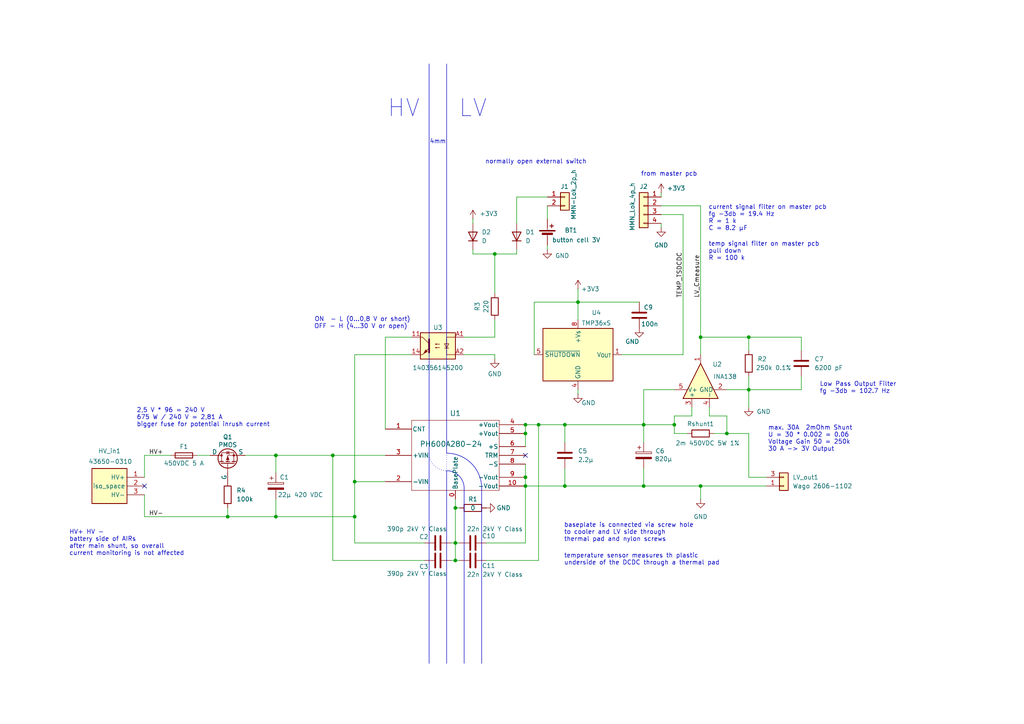
<source format=kicad_sch>
(kicad_sch (version 20231120) (generator "eeschema") (generator_version "8.0")
  (paper "A4")
  (title_block (title "TS-DCDC") (date "2024-12-12") (rev "0.5"))
  (lib_symbols
    (symbol "2024-11-18_21-41-11:PH600A280-24" (pin_names (offset 0.254))
      (property "Reference" "U1" (at 20.32 7.112 0))
      (property "Value" "PH600A280-24" (at 19.05 -1.778 0))
      (symbol "PH600A280-24_0_1"
        (polyline (pts (xy 7.62 -15.24) (xy 33.02 -15.24)) (stroke (width 0.127)))
        (polyline (pts (xy 7.62 5.08) (xy 7.62 -15.24)) (stroke (width 0.127)))
        (polyline (pts (xy 33.02 -15.24) (xy 33.02 5.08)) (stroke (width 0.127)))
        (polyline (pts (xy 33.02 5.08) (xy 7.62 5.08)) (stroke (width 0.127)))
      )
      (symbol "PH600A280-24_1_1"
        (pin passive line (at 20.32 -17.78 90) (length 2.54) (name "BasePlate") (number "0"))
        (pin input line (at 0 2.54 0) (length 7.62) (name "CNT") (number "1"))
        (pin power_out line (at 40.64 -13.97 180) (length 7.62) (name "-Vout") (number "10"))
        (pin power_in line (at 0 -12.7 0) (length 7.62) (name "-VIN") (number "2"))
        (pin power_in line (at 0 -5.08 0) (length 7.62) (name "+VIN") (number "3"))
        (pin power_out line (at 40.64 3.81 180) (length 7.62) (name "+Vout") (number "4"))
        (pin power_out line (at 40.64 1.27 180) (length 7.62) (name "+Vout") (number "5"))
        (pin input line (at 40.64 -2.54 180) (length 7.62) (name "+S") (number "6"))
        (pin input line (at 40.64 -5.08 180) (length 7.62) (name "TRM") (number "7"))
        (pin input line (at 40.64 -7.62 180) (length 7.62) (name "-S") (number "8"))
        (pin power_out line (at 40.64 -11.43 180) (length 7.62) (name "-Vout") (number "9"))
      )
    )
    (symbol "43650-0317:43650-0317"
      (property "Reference" "HV_in1" (at 10.16 -12.7 0))
      (property "Value" "43650-0317" (at 10.16 -10.16 0))
      (symbol "43650-0317_1_1"
        (rectangle (start 5.08 2.54) (end 15.24 -7.62) (stroke (width 0.254)) (fill (type background)))
        (pin power_out line (at 0 -5.08 0) (length 5.08) (name "HV+") (number "1"))
        (pin passive line (at 0 -2.54 0) (length 5.08) (name "iso_space") (number "2"))
        (pin power_out line (at 0 0 0) (length 5.08) (name "HV-") (number "3"))
      )
    )
    (symbol "Amplifier_Current:INA138" (pin_names (offset 0.127))
      (property "Reference" "U" (at 3.81 5.08 0))
      (property "Value" "INA138" (at 3.81 2.54 0))
      (symbol "INA138_0_1"
        (polyline (pts (xy -5.08 5.08) (xy 5.08 0) (xy -5.08 -5.08) (xy -5.08 5.08)) (stroke (width 0.254)) (fill (type background)))
      )
      (symbol "INA138_1_1"
        (pin output line (at 7.62 0 180) (length 2.54) (name "~") (number "1"))
        (pin power_in line (at -2.54 -7.62 90) (length 3.81) (name "GND") (number "2"))
        (pin input line (at -7.62 2.54 0) (length 2.54) (name "+") (number "3"))
        (pin input line (at -7.62 -2.54 0) (length 2.54) (name "-") (number "4"))
        (pin power_in line (at -2.54 7.62 270) (length 3.81) (name "V+") (number "5"))
      )
    )
    (symbol "Conn_01x02_1" (pin_names (offset 1.016) hide)
      (property "Reference" "LV_out1" (at 2.54 0.0001 0))
      (property "Value" "Wago 2606-1102" (at 2.54 -2.5399 0))
      (symbol "Conn_01x02_1_1_1"
        (rectangle (start -1.27 -2.413) (end 0 -2.667) (stroke (width 0.1524)))
        (rectangle (start -1.27 0.127) (end 0 -0.127) (stroke (width 0.1524)))
        (rectangle (start -1.27 1.27) (end 1.27 -3.81) (stroke (width 0.254)) (fill (type background)))
        (pin passive line (at -5.08 -2.54 0) (length 3.81) (name "Pin_2") (number "1"))
        (pin passive line (at -5.08 0 0) (length 3.81) (name "Pin_1") (number "3"))
      )
    )
    (symbol "Connector_Generic:Conn_01x02" (pin_names (offset 1.016) hide)
      (property "Reference" "J" (at 0 2.54 0))
      (property "Value" "Conn_01x02" (at 0 -5.08 0))
      (symbol "Conn_01x02_1_1"
        (rectangle (start -1.27 -2.413) (end 0 -2.667) (stroke (width 0.1524)))
        (rectangle (start -1.27 0.127) (end 0 -0.127) (stroke (width 0.1524)))
        (rectangle (start -1.27 1.27) (end 1.27 -3.81) (stroke (width 0.254)) (fill (type background)))
        (pin passive line (at -5.08 0 0) (length 3.81) (name "Pin_1") (number "1"))
        (pin passive line (at -5.08 -2.54 0) (length 3.81) (name "Pin_2") (number "2"))
      )
    )
    (symbol "Connector_Generic:Conn_01x04" (pin_names (offset 1.016) hide)
      (property "Reference" "J" (at 0 5.08 0))
      (property "Value" "Conn_01x04" (at 0 -7.62 0))
      (symbol "Conn_01x04_1_1"
        (rectangle (start -1.27 -4.953) (end 0 -5.207) (stroke (width 0.1524)))
        (rectangle (start -1.27 -2.413) (end 0 -2.667) (stroke (width 0.1524)))
        (rectangle (start -1.27 0.127) (end 0 -0.127) (stroke (width 0.1524)))
        (rectangle (start -1.27 2.667) (end 0 2.413) (stroke (width 0.1524)))
        (rectangle (start -1.27 3.81) (end 1.27 -6.35) (stroke (width 0.254)) (fill (type background)))
        (pin passive line (at -5.08 2.54 0) (length 3.81) (name "Pin_1") (number "1"))
        (pin passive line (at -5.08 0 0) (length 3.81) (name "Pin_2") (number "2"))
        (pin passive line (at -5.08 -2.54 0) (length 3.81) (name "Pin_3") (number "3"))
        (pin passive line (at -5.08 -5.08 0) (length 3.81) (name "Pin_4") (number "4"))
      )
    )
    (symbol "Device:Battery_Cell" (pin_numbers hide) (pin_names (offset 0) hide)
      (property "Reference" "BT" (at 2.54 2.54 0))
      (property "Value" "Battery_Cell" (at 2.54 0 0))
      (symbol "Battery_Cell_0_1"
        (rectangle (start -2.286 1.778) (end 2.286 1.524) (fill (type outline)))
        (rectangle (start -1.524 1.016) (end 1.524 0.508) (fill (type outline)))
        (polyline (pts (xy 0 0.762) (xy 0 0)))
        (polyline (pts (xy 0 1.778) (xy 0 2.54)))
        (polyline (pts (xy 0.762 3.048) (xy 1.778 3.048)) (stroke (width 0.254)))
        (polyline (pts (xy 1.27 3.556) (xy 1.27 2.54)) (stroke (width 0.254)))
      )
      (symbol "Battery_Cell_1_1"
        (pin passive line (at 0 5.08 270) (length 2.54) (name "+") (number "1"))
        (pin passive line (at 0 -2.54 90) (length 2.54) (name "-") (number "2"))
      )
    )
    (symbol "Device:C" (pin_numbers hide) (pin_names (offset 0.254))
      (property "Reference" "C" (at 0.635 2.54 0))
      (property "Value" "C" (at 0.635 -2.54 0))
      (symbol "C_0_1"
        (polyline (pts (xy -2.032 -0.762) (xy 2.032 -0.762)) (stroke (width 0.508)))
        (polyline (pts (xy -2.032 0.762) (xy 2.032 0.762)) (stroke (width 0.508)))
      )
      (symbol "C_1_1"
        (pin passive line (at 0 3.81 270) (length 2.794) (name "~") (number "1"))
        (pin passive line (at 0 -3.81 90) (length 2.794) (name "~") (number "2"))
      )
    )
    (symbol "Device:C_Polarized" (pin_numbers hide) (pin_names (offset 0.254))
      (property "Reference" "C" (at 0.635 2.54 0))
      (property "Value" "C_Polarized" (at 0.635 -2.54 0))
      (symbol "C_Polarized_0_1"
        (rectangle (start -2.286 0.508) (end 2.286 1.016))
        (polyline (pts (xy -1.778 2.286) (xy -0.762 2.286)))
        (polyline (pts (xy -1.27 2.794) (xy -1.27 1.778)))
        (rectangle (start 2.286 -0.508) (end -2.286 -1.016) (fill (type outline)))
      )
      (symbol "C_Polarized_1_1"
        (pin passive line (at 0 3.81 270) (length 2.794) (name "~") (number "1"))
        (pin passive line (at 0 -3.81 90) (length 2.794) (name "~") (number "2"))
      )
    )
    (symbol "Device:D" (pin_numbers hide) (pin_names (offset 1.016) hide)
      (property "Reference" "D" (at 0 2.54 0))
      (property "Value" "D" (at 0 -2.54 0))
      (symbol "D_0_1"
        (polyline (pts (xy -1.27 1.27) (xy -1.27 -1.27)) (stroke (width 0.254)))
        (polyline (pts (xy 1.27 0) (xy -1.27 0)))
        (polyline (pts (xy 1.27 1.27) (xy 1.27 -1.27) (xy -1.27 0) (xy 1.27 1.27)) (stroke (width 0.254)))
      )
      (symbol "D_1_1"
        (pin passive line (at -3.81 0 0) (length 2.54) (name "K") (number "1"))
        (pin passive line (at 3.81 0 180) (length 2.54) (name "A") (number "2"))
      )
    )
    (symbol "Device:Fuse" (pin_numbers hide) (pin_names (offset 0))
      (property "Reference" "F" (at 2.032 0 90))
      (property "Value" "Fuse" (at -1.905 0 90))
      (symbol "Fuse_0_1"
        (rectangle (start -0.762 -2.54) (end 0.762 2.54) (stroke (width 0.254)))
        (polyline (pts (xy 0 2.54) (xy 0 -2.54)))
      )
      (symbol "Fuse_1_1"
        (pin passive line (at 0 3.81 270) (length 1.27) (name "~") (number "1"))
        (pin passive line (at 0 -3.81 90) (length 1.27) (name "~") (number "2"))
      )
    )
    (symbol "Device:R" (pin_numbers hide) (pin_names (offset 0))
      (property "Reference" "R" (at 2.032 0 90))
      (property "Value" "R" (at 0 0 90))
      (symbol "R_0_1"
        (rectangle (start -1.016 -2.54) (end 1.016 2.54) (stroke (width 0.254)))
      )
      (symbol "R_1_1"
        (pin passive line (at 0 3.81 270) (length 1.27) (name "~") (number "1"))
        (pin passive line (at 0 -3.81 90) (length 1.27) (name "~") (number "2"))
      )
    )
    (symbol "Relay_SolidState:34.81-7048"
      (property "Reference" "U" (at -5.08 5.08 0))
      (property "Value" "34.81-7048" (at 0 5.08 0))
      (symbol "34.81-7048_0_1"
        (rectangle (start -5.08 3.81) (end 5.08 -3.81) (stroke (width 0.254)) (fill (type background)))
        (polyline (pts (xy -3.175 -0.635) (xy -1.905 -0.635)))
        (polyline (pts (xy 2.54 1.905) (xy 2.54 -1.905) (xy 2.54 -1.905)) (stroke (width 0.508)))
        (polyline (pts (xy -5.08 2.54) (xy -2.54 2.54) (xy -2.54 -2.54) (xy -5.08 -2.54)))
        (polyline (pts (xy -2.54 -0.635) (xy -3.175 0.635) (xy -1.905 0.635) (xy -2.54 -0.635)))
        (polyline (pts (xy -0.508 -0.508) (xy 0.762 -0.508) (xy 0.381 -0.635) (xy 0.381 -0.381) (xy 0.762 -0.508)))
        (polyline (pts (xy -0.508 0.508) (xy 0.762 0.508) (xy 0.381 0.381) (xy 0.381 0.635) (xy 0.762 0.508)))
        (polyline (pts (xy 3.048 -1.651) (xy 3.556 -1.143) (xy 4.064 -2.159) (xy 3.048 -1.651) (xy 3.048 -1.651)) (fill (type outline)))
        (polyline (pts (xy 5.08 2.54) (xy 4.445 2.54) (xy 2.54 0.635) (xy 2.54 -0.635) (xy 4.445 -2.54) (xy 5.08 -2.54)))
      )
      (symbol "34.81-7048_1_1"
        (pin passive line (at 7.62 2.54 180) (length 2.54) (name "~") (number "11"))
        (pin passive line (at 7.62 -2.54 180) (length 2.54) (name "~") (number "14"))
        (pin passive line (at -7.62 2.54 0) (length 2.54) (name "~") (number "A1"))
        (pin passive line (at -7.62 -2.54 0) (length 2.54) (name "~") (number "A2"))
      )
    )
    (symbol "Sensor_Temperature:TMP36xS"
      (property "Reference" "U" (at -8.89 8.89 0))
      (property "Value" "TMP36xS" (at 6.35 -8.89 0))
      (symbol "TMP36xS_0_1"
        (rectangle (start -10.16 7.62) (end 10.16 -7.62) (stroke (width 0.254)) (fill (type background)))
      )
      (symbol "TMP36xS_1_1"
        (pin output line (at 12.7 0 180) (length 2.54) (name "V_{OUT}") (number "1"))
        (pin power_in line (at 0 -10.16 90) (length 2.54) (name "GND") (number "4"))
        (pin input line (at -12.7 0 0) (length 2.54) (name "~{SHUTDOWN}") (number "5"))
        (pin power_in line (at 0 10.16 270) (length 2.54) (name "+Vs") (number "8"))
      )
    )
    (symbol "Simulation_SPICE:PMOS" (pin_numbers hide) (pin_names (offset 0))
      (property "Reference" "Q" (at 5.08 1.27 0))
      (property "Value" "PMOS" (at 5.08 -1.27 0))
      (symbol "PMOS_0_1"
        (polyline (pts (xy 0.254 0) (xy -2.54 0)))
        (polyline (pts (xy 0.254 1.905) (xy 0.254 -1.905)) (stroke (width 0.254)))
        (polyline (pts (xy 0.762 -1.27) (xy 0.762 -2.286)) (stroke (width 0.254)))
        (polyline (pts (xy 0.762 0.508) (xy 0.762 -0.508)) (stroke (width 0.254)))
        (polyline (pts (xy 0.762 2.286) (xy 0.762 1.27)) (stroke (width 0.254)))
        (polyline (pts (xy 2.54 2.54) (xy 2.54 1.778)))
        (polyline (pts (xy 2.54 -2.54) (xy 2.54 0) (xy 0.762 0)))
        (polyline (pts (xy 0.762 1.778) (xy 3.302 1.778) (xy 3.302 -1.778) (xy 0.762 -1.778)))
        (polyline (pts (xy 2.286 0) (xy 1.27 0.381) (xy 1.27 -0.381) (xy 2.286 0)) (fill (type outline)))
        (polyline (pts (xy 2.794 -0.508) (xy 2.921 -0.381) (xy 3.683 -0.381) (xy 3.81 -0.254)))
        (polyline (pts (xy 3.302 -0.381) (xy 2.921 0.254) (xy 3.683 0.254) (xy 3.302 -0.381)))
        (circle (center 1.651 0) (radius 2.794) (stroke (width 0.254)))
        (circle (center 2.54 -1.778) (radius 0.254) (fill (type outline)))
        (circle (center 2.54 1.778) (radius 0.254) (fill (type outline)))
      )
      (symbol "PMOS_1_1"
        (pin passive line (at 2.54 5.08 270) (length 2.54) (name "D") (number "1"))
        (pin input line (at -5.08 0 0) (length 2.54) (name "G") (number "2"))
        (pin passive line (at 2.54 -5.08 90) (length 2.54) (name "S") (number "3"))
      )
    )
    (symbol "power:+3V3" (power) (pin_numbers hide) (pin_names (offset 0) hide)
      (property "Value" "+3V3" (at 0 3.556 0))
      (symbol "+3V3_0_1"
        (polyline (pts (xy -0.762 1.27) (xy 0 2.54)))
        (polyline (pts (xy 0 0) (xy 0 2.54)))
        (polyline (pts (xy 0 2.54) (xy 0.762 1.27)))
      )
      (symbol "+3V3_1_1"
        (pin power_in line (at 0 0 90) (length 0) (name "~") (number "1"))
      )
    )
    (symbol "power:GND" (power) (pin_numbers hide) (pin_names (offset 0) hide)
      (property "Value" "GND" (at 0 -3.81 0))
      (symbol "GND_0_1"
        (polyline (pts (xy 0 0) (xy 0 -1.27) (xy 1.27 -1.27) (xy 0 -2.54) (xy -1.27 -1.27) (xy 0 -1.27)))
      )
      (symbol "GND_1_1"
        (pin power_in line (at 0 0 270) (length 0) (name "~") (number "1"))
      )
    )
  )
  (junction (at 203.2 140.97))
  (junction (at 132.08 162.56))
  (junction (at 186.69 140.97))
  (junction (at 152.4 140.97))
  (junction (at 210.82 125.73))
  (junction (at 217.17 113.03))
  (junction (at 132.08 157.48))
  (junction (at 102.87 139.7))
  (junction (at 163.83 123.19))
  (junction (at 203.2 97.79))
  (junction (at 152.4 123.19))
  (junction (at 132.08 147.32))
  (junction (at 186.69 123.19))
  (junction (at 167.64 87.63))
  (junction (at 195.58 123.19))
  (junction (at 152.4 138.43))
  (junction (at 102.87 149.86))
  (junction (at 143.51 73.66))
  (junction (at 96.52 132.08))
  (junction (at 163.83 140.97))
  (junction (at 80.01 149.86))
  (junction (at 217.17 97.79))
  (junction (at 152.4 125.73))
  (junction (at 80.01 132.08))
  (junction (at 66.04 149.86))
  (junction (at 156.21 123.19))
  (no_connect (at 41.91 140.97))
  (no_connect (at 152.4 132.08))
  (wire (pts (xy 203.2 140.97) (xy 203.2 144.78)))
  (wire (pts (xy 102.87 102.87) (xy 119.38 102.87)))
  (wire (pts (xy 149.86 57.15) (xy 149.86 64.77)))
  (wire (pts (xy 102.87 102.87) (xy 102.87 139.7)))
  (wire (pts (xy 203.2 59.69) (xy 191.77 59.69)))
  (wire (pts (xy 132.08 157.48) (xy 132.08 162.56)))
  (wire (pts (xy 111.76 97.79) (xy 111.76 124.46)))
  (polyline (pts (xy 129.54 136.525) (xy 129.54 131.445)) (stroke (width 0) (type dot)))
  (wire (pts (xy 186.69 113.03) (xy 195.58 113.03)))
  (wire (pts (xy 163.83 140.97) (xy 186.69 140.97)))
  (wire (pts (xy 137.16 73.66) (xy 137.16 72.39)))
  (wire (pts (xy 149.86 57.15) (xy 158.75 57.15)))
  (wire (pts (xy 132.08 157.48) (xy 130.81 157.48)))
  (wire (pts (xy 134.62 97.79) (xy 143.51 97.79)))
  (wire (pts (xy 57.15 132.08) (xy 60.96 132.08)))
  (wire (pts (xy 152.4 125.73) (xy 152.4 129.54)))
  (wire (pts (xy 195.58 125.73) (xy 199.39 125.73)))
  (wire (pts (xy 71.12 132.08) (xy 80.01 132.08)))
  (wire (pts (xy 186.69 113.03) (xy 186.69 123.19)))
  (wire (pts (xy 200.66 118.11) (xy 200.66 120.65)))
  (wire (pts (xy 158.75 71.12) (xy 158.75 72.39)))
  (wire (pts (xy 200.66 120.65) (xy 195.58 120.65)))
  (wire (pts (xy 198.12 102.87) (xy 180.34 102.87)))
  (wire (pts (xy 137.16 63.5) (xy 137.16 64.77)))
  (wire (pts (xy 217.17 113.03) (xy 217.17 118.11)))
  (polyline (pts (xy 124.46 18.542) (xy 124.46 192.405)))
  (wire (pts (xy 132.08 147.32) (xy 133.35 147.32)))
  (wire (pts (xy 156.21 123.19) (xy 156.21 162.56)))
  (wire (pts (xy 191.77 66.04) (xy 191.77 64.77)))
  (wire (pts (xy 132.08 147.32) (xy 132.08 157.48)))
  (wire (pts (xy 111.76 97.79) (xy 119.38 97.79)))
  (wire (pts (xy 66.04 149.86) (xy 66.04 147.32)))
  (wire (pts (xy 210.82 120.65) (xy 210.82 125.73)))
  (wire (pts (xy 152.4 123.19) (xy 156.21 123.19)))
  (wire (pts (xy 217.17 97.79) (xy 232.41 97.79)))
  (wire (pts (xy 140.97 162.56) (xy 156.21 162.56)))
  (wire (pts (xy 102.87 149.86) (xy 102.87 157.48)))
  (wire (pts (xy 102.87 139.7) (xy 111.76 139.7)))
  (wire (pts (xy 203.2 140.97) (xy 222.25 140.97)))
  (wire (pts (xy 132.08 162.56) (xy 133.35 162.56)))
  (wire (pts (xy 152.4 140.97) (xy 152.4 157.48)))
  (wire (pts (xy 143.51 73.66) (xy 149.86 73.66)))
  (wire (pts (xy 163.83 123.19) (xy 163.83 128.27)))
  (wire (pts (xy 154.94 87.63) (xy 167.64 87.63)))
  (wire (pts (xy 210.82 113.03) (xy 217.17 113.03)))
  (wire (pts (xy 163.83 135.89) (xy 163.83 140.97)))
  (wire (pts (xy 186.69 135.89) (xy 186.69 140.97)))
  (wire (pts (xy 210.82 120.65) (xy 205.74 120.65)))
  (wire (pts (xy 134.62 102.87) (xy 143.51 102.87)))
  (wire (pts (xy 217.17 138.43) (xy 222.25 138.43)))
  (wire (pts (xy 140.97 157.48) (xy 152.4 157.48)))
  (wire (pts (xy 132.08 144.78) (xy 132.08 147.32)))
  (polyline (pts (xy 129.54 136.525) (xy 129.54 192.405)))
  (wire (pts (xy 80.01 149.86) (xy 102.87 149.86)))
  (wire (pts (xy 232.41 101.6) (xy 232.41 97.79)))
  (wire (pts (xy 80.01 132.08) (xy 80.01 137.16)))
  (wire (pts (xy 66.04 149.86) (xy 80.01 149.86)))
  (wire (pts (xy 152.4 140.97) (xy 163.83 140.97)))
  (wire (pts (xy 195.58 120.65) (xy 195.58 123.19)))
  (wire (pts (xy 186.69 140.97) (xy 203.2 140.97)))
  (wire (pts (xy 232.41 113.03) (xy 217.17 113.03)))
  (wire (pts (xy 167.64 87.63) (xy 185.42 87.63)))
  (wire (pts (xy 80.01 132.08) (xy 96.52 132.08)))
  (polyline (pts (xy 134.62 141.605) (xy 134.62 192.405)))
  (wire (pts (xy 143.51 73.66) (xy 143.51 85.09)))
  (wire (pts (xy 186.69 123.19) (xy 195.58 123.19)))
  (wire (pts (xy 207.01 125.73) (xy 210.82 125.73)))
  (wire (pts (xy 232.41 109.22) (xy 232.41 113.03)))
  (wire (pts (xy 195.58 123.19) (xy 195.58 125.73)))
  (polyline (pts (xy 129.54 18.542) (xy 129.54 131.445)))
  (wire (pts (xy 123.19 162.56) (xy 96.52 162.56)))
  (wire (pts (xy 152.4 123.19) (xy 152.4 125.73)))
  (wire (pts (xy 132.08 157.48) (xy 133.35 157.48)))
  (wire (pts (xy 137.16 73.66) (xy 143.51 73.66)))
  (wire (pts (xy 217.17 125.73) (xy 217.17 138.43)))
  (wire (pts (xy 152.4 140.97) (xy 152.4 138.43)))
  (wire (pts (xy 205.74 120.65) (xy 205.74 118.11)))
  (wire (pts (xy 203.2 97.79) (xy 203.2 102.87)))
  (wire (pts (xy 154.94 102.87) (xy 154.94 87.63)))
  (wire (pts (xy 41.91 143.51) (xy 41.91 149.86)))
  (wire (pts (xy 143.51 97.79) (xy 143.51 92.71)))
  (wire (pts (xy 163.83 123.19) (xy 186.69 123.19)))
  (wire (pts (xy 132.08 162.56) (xy 130.81 162.56)))
  (wire (pts (xy 149.86 73.66) (xy 149.86 72.39)))
  (wire (pts (xy 203.2 59.69) (xy 203.2 97.79)))
  (wire (pts (xy 96.52 162.56) (xy 96.52 132.08)))
  (wire (pts (xy 102.87 157.48) (xy 123.19 157.48)))
  (wire (pts (xy 217.17 97.79) (xy 217.17 101.6)))
  (wire (pts (xy 210.82 125.73) (xy 217.17 125.73)))
  (wire (pts (xy 41.91 132.08) (xy 49.53 132.08)))
  (wire (pts (xy 203.2 97.79) (xy 217.17 97.79)))
  (wire (pts (xy 198.12 62.23) (xy 191.77 62.23)))
  (wire (pts (xy 41.91 132.08) (xy 41.91 138.43)))
  (wire (pts (xy 217.17 109.22) (xy 217.17 113.03)))
  (wire (pts (xy 41.91 149.86) (xy 66.04 149.86)))
  (wire (pts (xy 167.64 87.63) (xy 167.64 92.71)))
  (wire (pts (xy 152.4 134.62) (xy 152.4 138.43)))
  (wire (pts (xy 158.75 59.69) (xy 158.75 63.5)))
  (wire (pts (xy 80.01 149.86) (xy 80.01 144.78)))
  (wire (pts (xy 143.51 102.87) (xy 143.51 104.14)))
  (wire (pts (xy 156.21 123.19) (xy 163.83 123.19)))
  (wire (pts (xy 198.12 62.23) (xy 198.12 102.87)))
  (wire (pts (xy 191.77 55.88) (xy 191.77 57.15)))
  (polyline (pts (xy 139.7 141.605) (xy 139.7 192.405)))
  (wire (pts (xy 167.64 83.82) (xy 167.64 87.63)))
  (wire (pts (xy 96.52 132.08) (xy 111.76 132.08)))
  (wire (pts (xy 167.64 113.03) (xy 167.64 114.3)))
  (wire (pts (xy 186.69 123.19) (xy 186.69 128.27)))
  (wire (pts (xy 102.87 139.7) (xy 102.87 149.86)))
  (arc (start 129.54 136.525) (mid 133.1321 138.0129) (end 134.62 141.605))
  (arc (start 129.54 131.445) (mid 136.7242 134.4208) (end 139.7 141.605))
  (arc (start 129.54 136.525) (mid 125.9479 135.0371) (end 124.46 131.445) (stroke (width 0) (type dot)))
  (text "temperature sensor measures th plastic \nunderside of the DCDC through a thermal pad" (at 163.576 160.528 0) (effects (font (size 1.27 1.27)) (justify left top)))
  (text " ON  - L (0...0,8 V or short)\nOFF - H (4...30 V or open)" (at 104.648 93.726 0) (effects (font (size 1.27 1.27))))
  (text "max. 30A  2mOhm Shunt \nU = 30 * 0.002 = 0.06\nVoltage Gain 50 = 250k\n30 A -> 3V Output\n" (at 222.758 127.254 0) (effects (font (size 1.27 1.27)) (justify left)))
  (text "Low Pass Output Filter\nfg -3db = 102.7 Hz" (at 237.744 112.522 0) (effects (font (size 1.27 1.27)) (justify left)))
  (text "2,5 V * 96 = 240 V\n675 W / 240 V = 2,81 A\nbigger fuse for potential inrush current\n\n" (at 39.624 122.174 0) (effects (font (size 1.27 1.27)) (justify left)))
  (text "current signal filter on master pcb\nfg -3db = 19.4 Hz\nR = 1 k\nC = 8.2 µF\n" (at 205.486 63.246 0) (effects (font (size 1.27 1.27)) (justify left)))
  (text "LV" (at 137.16 31.496 0) (effects (font (size 5 5))))
  (text "4mm" (at 127 41.148 0) (effects (font (size 1.27 1.27))))
  (text "normally open external switch" (at 155.448 46.228 0) (effects (font (size 1.27 1.27)) (justify top)))
  (text "HV" (at 117.094 31.496 0) (effects (font (size 5 5))))
  (text "HV+ HV -\nbattery side of AIRs\nafter main shunt, so overall \ncurrent monitoring is not affected" (at 20.066 157.48 0) (effects (font (size 1.27 1.27)) (justify left)))
  (text "from master pcb" (at 194.056 50.546 0) (effects (font (size 1.27 1.27))))
  (text "baseplate is connected via screw hole\nto cooler and LV side through\nthermal pad and nylon screws\n" (at 163.576 154.432 0) (effects (font (size 1.27 1.27)) (justify left)))
  (text "temp signal filter on master pcb\npull down\nR = 100 k" (at 205.486 72.898 0) (effects (font (size 1.27 1.27)) (justify left)))
  (label "LV_Cmeasure" (at 203.2 86.36 90))
  (label "HV+" (at 43.18 132.08 0))
  (label "TEMP_TSDCDC" (at 198.12 86.36 90))
  (label "HV-" (at 43.18 149.86 0))
  (symbol (lib_id "Sensor_Temperature:TMP36xS") (at 167.64 102.87 0) (unit 1)
    (property "Reference" "U4" (at 172.974 90.678 0))
    (property "Value" "TMP36xS" (at 172.974 93.726 0))
    (property "Footprint" "Package_SO:SOIC-8_3.9x4.9mm_P1.27mm" (effects (hide yes)))
    (property "Datasheet" "https://www.analog.com/media/en/technical-documentation/data-sheets/TMP35_36_37.pdf" (effects (hide yes)))
    (property "Description" "Low Voltage Temperature Sensor, SOIC-8" (effects (hide yes)))
  )
  (symbol (lib_id "power:GND") (at 203.2 144.78 0) (unit 1)
    (property "Reference" "#PWR01" (effects (hide yes)))
    (property "Value" "GND" (at 203.2 149.86 0))
    (property "Description" "Power symbol creates a global label with name \"GND\" , ground" (effects (hide yes)))
  )
  (symbol (lib_id "power:GND") (at 140.97 147.32 90) (unit 1)
    (property "Reference" "#PWR011" (effects (hide yes)))
    (property "Value" "GND" (at 144.018 147.32 90) (effects (justify right)))
    (property "Description" "Power symbol creates a global label with name \"GND\" , ground" (effects (hide yes)))
  )
  (symbol (lib_id "power:+3V3") (at 191.77 55.88 0) (mirror y) (unit 1)
    (property "Reference" "#PWR05" (effects (hide yes)))
    (property "Value" "+3V3" (at 196.088 54.61 0))
    (property "Description" "Power symbol creates a global label with name \"+3V3\"" (effects (hide yes)))
  )
  (symbol (lib_id "power:GND") (at 185.42 95.25 0) (unit 1)
    (property "Reference" "#PWR010" (effects (hide yes)))
    (property "Value" "GND" (at 183.388 99.06 0))
    (property "Description" "Power symbol creates a global label with name \"GND\" , ground" (effects (hide yes)))
  )
  (symbol (lib_id "Device:C_Polarized") (at 80.01 140.97 0) (unit 1)
    (property "Reference" "C1" (at 83.82 138.43 0) (effects (justify right)))
    (property "Value" "22µ 420 VDC" (at 93.726 143.51 0) (effects (justify right)))
    (property "Footprint" "footprints:CAPPRD500W60D1275H2200" (effects (hide yes)))
    (property "Datasheet" "https://www.mouser.de/datasheet/2/293/e_ucy-3082387.pdf" (effects (hide yes)))
    (property "Description" "Polarized capacitor" (effects (hide yes)))
  )
  (symbol (lib_id "Device:C") (at 127 157.48 90) (unit 1)
    (property "Reference" "C2" (at 122.936 155.702 90))
    (property "Value" "390p 2kV Y Class" (at 120.904 153.416 90))
    (property "Footprint" "Capacitor_SMD:C_1206_3216Metric_Pad1.33x1.80mm_HandSolder" (effects (hide yes)))
    (property "Datasheet" "https://www.mouser.de/datasheet/2/447/KEM_C1009_C0G_HV_SMD-3316207.pdf" (effects (hide yes)))
    (property "Description" "Unpolarized capacitor" (effects (hide yes)))
  )
  (symbol (lib_id "Device:C") (at 137.16 162.56 270) (unit 1)
    (property "Reference" "C11" (at 141.732 164.084 90))
    (property "Value" "22n 2kV Y Class" (at 143.51 166.624 90))
    (property "Footprint" "Capacitor_SMD:C_1206_3216Metric_Pad1.33x1.80mm_HandSolder" (effects (hide yes)))
    (property "Datasheet" "https://www.mouser.de/datasheet/2/447/KEM_C1009_C0G_HV_SMD-3316207.pdf" (effects (hide yes)))
    (property "Description" "Unpolarized capacitor" (effects (hide yes)))
  )
  (symbol (lib_id "Device:C") (at 185.42 91.44 0) (unit 1)
    (property "Reference" "C9" (at 186.69 89.154 0) (effects (justify left)))
    (property "Value" "100n" (at 185.928 93.98 0) (effects (justify left)))
    (property "Footprint" "Diode_SMD:D_0603_1608Metric_Pad1.05x0.95mm_HandSolder" (effects (hide yes)))
    (property "Description" "Unpolarized capacitor" (effects (hide yes)))
  )
  (symbol (lib_id "2024-11-18_21-41-11:PH600A280-24") (at 111.76 127 0) (unit 1)
    (property "Reference" "U1" (at 132.08 119.888 0) (effects (font (size 1.524 1.524))))
    (property "Value" "PH600A280-24" (at 130.81 128.778 0) (effects (font (size 1.524 1.524))))
    (property "Footprint" "PH300A_thru_PH600A_TDK" (effects (hide yes)))
    (property "Datasheet" "PH600A280-24" (effects (hide yes)))
  )
  (symbol (lib_id "Device:D") (at 149.86 68.58 90) (unit 1)
    (property "Reference" "D1" (at 152.4 67.3099 90) (effects (justify right)))
    (property "Value" "D" (at 152.4 69.8499 90) (effects (justify right)))
    (property "Footprint" "Diode_SMD:D_0603_1608Metric_Pad1.05x0.95mm_HandSolder" (effects (hide yes)))
    (property "Description" "Diode" (effects (hide yes)))
    (property "Sim.Device" "D" (effects (hide yes)))
    (property "Sim.Pins" "1=K 2=A" (effects (hide yes)))
  )
  (symbol (lib_id "power:GND") (at 217.17 118.11 0) (unit 1)
    (property "Reference" "#PWR02" (effects (hide yes)))
    (property "Value" "GND" (at 221.488 119.38 0))
    (property "Description" "Power symbol creates a global label with name \"GND\" , ground" (effects (hide yes)))
  )
  (symbol (lib_id "Device:C") (at 232.41 105.41 0) (unit 1)
    (property "Reference" "C7" (at 236.22 104.1399 0) (effects (justify left)))
    (property "Value" "6200 pF" (at 236.22 106.6799 0) (effects (justify left)))
    (property "Footprint" "Capacitor_SMD:C_0805_2012Metric" (effects (hide yes)))
    (property "Datasheet" "https://www.mouser.de/datasheet/2/447/KEM_C1007_X8R_ULTRA_150C_SMD-3316375.pdf" (effects (hide yes)))
    (property "Description" "Unpolarized capacitor" (effects (hide yes)))
  )
  (symbol (lib_id "Device:Fuse") (at 53.34 132.08 90) (unit 1)
    (property "Reference" "F1" (at 53.34 129.54 90))
    (property "Value" "450VDC 5 A" (at 53.34 134.366 90))
    (property "Footprint" "footprints:0ACG5000TE" (effects (hide yes)))
    (property "Datasheet" "https://www.mouser.de/datasheet/2/643/ds_CP_0ACG_series-2000946.pdf" (effects (hide yes)))
    (property "Description" "Fuse" (effects (hide yes)))
  )
  (symbol (lib_id "Relay_SolidState:34.81-7048") (at 127 100.33 0) (mirror y) (unit 1)
    (property "Reference" "U3" (at 127 94.996 0))
    (property "Value" "140356145200" (at 127 106.68 0))
    (property "Footprint" "footprints:SOP254P700X210-4N" (effects (hide yes)))
    (property "Datasheet" "https://www.we-online.com/components/products/datasheet/140356145200.pdf" (effects (hide yes)))
    (property "Description" "Ultra-Slim Solid-State Relay, 0.1A, 48V DC output switching" (effects (hide yes)))
  )
  (symbol (lib_id "Device:C_Polarized") (at 186.69 132.08 0) (unit 1)
    (property "Reference" "C6" (at 192.786 130.81 0) (effects (justify right)))
    (property "Value" "820µ" (at 195.072 133.096 0) (effects (justify right)))
    (property "Footprint" "Capacitor_THT:CP_Radial_D16.0mm_P7.50mm" (effects (hide yes)))
    (property "Datasheet" "https://www.mouser.de/datasheet/2/420/7964717934d9b174c3ba48-1210810.pdf" (effects (hide yes)))
    (property "Description" "Polarized capacitor" (effects (hide yes)))
  )
  (symbol (lib_id "Device:Battery_Cell") (at 158.75 68.58 0) (unit 1)
    (property "Reference" "BT1" (at 165.608 66.802 0))
    (property "Value" "button cell 3V" (at 167.132 69.596 0))
    (property "Description" "Single-cell battery" (effects (hide yes)))
  )
  (symbol (lib_name "Conn_01x02_1") (lib_id "Connector_Generic:Conn_01x02") (at 227.33 138.43 0) (unit 1)
    (property "Reference" "LV_out1" (at 229.87 138.4299 0) (effects (justify left)))
    (property "Value" "Wago 2606-1102" (at 229.87 140.9699 0) (effects (justify left)))
    (property "Footprint" "footprints:CONN2_2606-1102_WAG" (effects (hide yes)))
    (property "Datasheet" "https://www.wago.com/de/leiterplattenanschluss/leiterplattenklemme/p/2606-1102" (effects (hide yes)))
    (property "Description" "Generic connector, single row, 01x02, script generated (kicad-library-utils/schlib/autogen/connector/)" (effects (hide yes)))
  )
  (symbol (lib_id "power:+3V3") (at 167.64 83.82 0) (unit 1)
    (property "Reference" "#PWR08" (effects (hide yes)))
    (property "Value" "+3V3" (at 171.196 83.82 0))
    (property "Description" "Power symbol creates a global label with name \"+3V3\"" (effects (hide yes)))
  )
  (symbol (lib_id "power:+3V3") (at 137.16 63.5 0) (unit 1)
    (property "Reference" "#PWR09" (effects (hide yes)))
    (property "Value" "+3V3" (at 141.732 61.976 0))
    (property "Description" "Power symbol creates a global label with name \"+3V3\"" (effects (hide yes)))
  )
  (symbol (lib_id "Connector_Generic:Conn_01x04") (at 186.69 59.69 0) (mirror y) (unit 1)
    (property "Reference" "J2" (at 186.69 54.102 0))
    (property "Value" "MMN_Lok_4p_h" (at 183.388 59.944 90))
    (property "Footprint" "FaSTTUBe_connectors:Micro_Mate-N-Lok_4p_horizontal" (effects (hide yes)))
    (property "Description" "Generic connector, single row, 01x04, script generated (kicad-library-utils/schlib/autogen/connector/)" (effects (hide yes)))
  )
  (symbol (lib_id "Device:R") (at 203.2 125.73 90) (unit 1)
    (property "Reference" "Rshunt1" (at 203.2 122.936 90))
    (property "Value" "2m 450VDC 5W 1%" (at 205.232 128.524 90))
    (property "Footprint" "Resistor_SMD:R_2512_6332Metric" (effects (hide yes)))
    (property "Datasheet" "https://www.mouser.de/datasheet/2/54/css2h_2512-1862180.pdf" (effects (hide yes)))
    (property "Description" "Resistor" (effects (hide yes)))
  )
  (symbol (lib_id "Device:C") (at 127 162.56 270) (unit 1)
    (property "Reference" "C3" (at 122.936 164.338 90))
    (property "Value" "390p 2kV Y Class" (at 120.904 166.37 90))
    (property "Footprint" "Capacitor_SMD:C_1206_3216Metric_Pad1.33x1.80mm_HandSolder" (effects (hide yes)))
    (property "Datasheet" "https://www.mouser.de/datasheet/2/447/KEM_C1009_C0G_HV_SMD-3316207.pdf" (effects (hide yes)))
    (property "Description" "Unpolarized capacitor" (effects (hide yes)))
  )
  (symbol (lib_id "Device:R") (at 66.04 143.51 0) (unit 1)
    (property "Reference" "R4" (at 68.58 142.2399 0) (effects (justify left)))
    (property "Value" "100k" (at 68.58 144.7799 0) (effects (justify left)))
    (property "Footprint" "Resistor_SMD:R_0603_1608Metric_Pad0.98x0.95mm_HandSolder" (effects (hide yes)))
    (property "Description" "Resistor" (effects (hide yes)))
  )
  (symbol (lib_id "Device:R") (at 217.17 105.41 0) (unit 1)
    (property "Reference" "R2" (at 219.71 104.1399 0) (effects (justify left)))
    (property "Value" "250k 0.1%" (at 219.202 106.68 0) (effects (justify left)))
    (property "Footprint" "Resistor_SMD:R_0805_2012Metric" (effects (hide yes)))
    (property "Datasheet" "https://www.mouser.de/datasheet/2/385/SEI_RNCF-3077647.pdf" (effects (hide yes)))
    (property "Description" "Resistor" (effects (hide yes)))
  )
  (symbol (lib_id "Device:R") (at 143.51 88.9 0) (unit 1)
    (property "Reference" "R3" (at 138.43 88.9 90))
    (property "Value" "220" (at 140.97 88.9 90))
    (property "Footprint" "Resistor_SMD:R_0603_1608Metric" (effects (hide yes)))
    (property "Description" "Resistor" (effects (hide yes)))
  )
  (symbol (lib_id "power:GND") (at 143.51 104.14 0) (unit 1)
    (property "Reference" "#PWR07" (effects (hide yes)))
    (property "Value" "GND" (at 143.51 108.458 0))
    (property "Description" "Power symbol creates a global label with name \"GND\" , ground" (effects (hide yes)))
  )
  (symbol (lib_id "Device:D") (at 137.16 68.58 90) (unit 1)
    (property "Reference" "D2" (at 139.7 67.3099 90) (effects (justify right)))
    (property "Value" "D" (at 139.7 69.8499 90) (effects (justify right)))
    (property "Footprint" "Diode_SMD:D_0603_1608Metric_Pad1.05x0.95mm_HandSolder" (effects (hide yes)))
    (property "Description" "Diode" (effects (hide yes)))
    (property "Sim.Device" "D" (effects (hide yes)))
    (property "Sim.Pins" "1=K 2=A" (effects (hide yes)))
  )
  (symbol (lib_id "43650-0317:43650-0317") (at 41.91 143.51 180) (unit 1)
    (property "Reference" "HV_in1" (at 31.75 130.81 0))
    (property "Value" "43650-0310" (at 32.004 133.858 0))
    (property "Footprint" "Connector_Molex:Molex_Micro-Fit_3.0_43650-0310_1x03-1MP_P3.00mm_Horizontal_PnP" (effects (hide yes)))
    (property "Datasheet" "https://www.molex.com/en-us/products/part-detail/436500310?display=pdf" (effects (hide yes)))
    (property "Description" "Micro-Fit 3.0 Vertical Header, 3.00mm Pitch, Single Row, 3 Circuits, with PCB Polarizing Peg, Glow-Wire Capable, Black" (effects (hide yes)))
    (property "Height" "9.9" (effects (hide yes)))
    (property "Mouser Part Number" "538-43650-0317" (effects (hide yes)))
    (property "Mouser Price/Stock" "https://www.mouser.co.uk/ProductDetail/Molex/43650-0317?qs=Nb99Pa9xYq%2Fi%252B%2FVbiejqUg%3D%3D" (effects (hide yes)))
    (property "Manufacturer_Name" "Molex" (effects (hide yes)))
    (property "Manufacturer_Part_Number" "43650-0317" (effects (hide yes)))
  )
  (symbol (lib_id "power:GND") (at 167.64 114.3 0) (unit 1)
    (property "Reference" "#PWR06" (effects (hide yes)))
    (property "Value" "GND" (at 170.688 116.84 0))
    (property "Description" "Power symbol creates a global label with name \"GND\" , ground" (effects (hide yes)))
  )
  (symbol (lib_id "power:GND") (at 158.75 72.39 0) (unit 1)
    (property "Reference" "#PWR04" (effects (hide yes)))
    (property "Value" "GND" (at 163.068 74.168 0))
    (property "Description" "Power symbol creates a global label with name \"GND\" , ground" (effects (hide yes)))
  )
  (symbol (lib_id "Amplifier_Current:INA138") (at 203.2 110.49 90) (unit 1)
    (property "Reference" "U2" (at 208.026 105.664 90))
    (property "Value" "INA138" (at 210.312 109.22 90))
    (property "Footprint" "Package_TO_SOT_SMD:SOT-23-5" (effects (hide yes)))
    (property "Datasheet" "http://www.ti.com/lit/ds/symlink/ina138.pdf" (effects (hide yes)))
    (property "Description" "High-Side Measurement Current Shunt Monitor, 36V, SOT-23-5" (effects (hide yes)))
  )
  (symbol (lib_id "Device:R") (at 137.16 147.32 90) (unit 1)
    (property "Reference" "R1" (at 137.16 144.78 90))
    (property "Value" "0" (at 137.16 147.32 90))
    (property "Description" "Resistor" (effects (hide yes)))
  )
  (symbol (lib_id "Simulation_SPICE:PMOS") (at 66.04 134.62 90) (unit 1)
    (property "Reference" "Q1" (at 66.04 126.746 90))
    (property "Value" "PMOS" (at 66.04 129.032 90))
    (property "Footprint" "Package_TO_SOT_SMD:TO-263-2" (effects (hide yes)))
    (property "Datasheet" "https://www.mouser.de/datasheet/2/240/Littelfuse_Discrete_MOSFETs_P_Channel_IXT_10P50P_D-1622554.pdf" (effects (hide yes)))
    (property "Description" "P-MOSFET transistor, drain/source/gate" (effects (hide yes)))
    (property "Sim.Device" "PMOS" (effects (hide yes)))
    (property "Sim.Type" "VDMOS" (effects (hide yes)))
    (property "Sim.Pins" "1=D 2=G 3=S" (effects (hide yes)))
  )
  (symbol (lib_id "Device:C") (at 137.16 157.48 90) (unit 1)
    (property "Reference" "C10" (at 141.732 155.448 90))
    (property "Value" "22n 2kV Y Class" (at 143.51 153.416 90))
    (property "Footprint" "Capacitor_SMD:C_1206_3216Metric_Pad1.33x1.80mm_HandSolder" (effects (hide yes)))
    (property "Datasheet" "https://www.mouser.de/datasheet/2/447/KEM_C1009_C0G_HV_SMD-3316207.pdf" (effects (hide yes)))
    (property "Description" "Unpolarized capacitor" (effects (hide yes)))
  )
  (symbol (lib_id "Connector_Generic:Conn_01x02") (at 163.83 57.15 0) (unit 1)
    (property "Reference" "J1" (at 162.56 54.102 0) (effects (justify left)))
    (property "Value" "MMN-Lok_2p_h" (at 166.37 63.754 90) (effects (justify left)))
    (property "Footprint" "FaSTTUBe_connectors:Micro_Mate-N-Lok_2p_horizontal" (effects (hide yes)))
    (property "Description" "Generic connector, single row, 01x02, script generated (kicad-library-utils/schlib/autogen/connector/)" (effects (hide yes)))
  )
  (symbol (lib_id "Device:C") (at 163.83 132.08 0) (unit 1)
    (property "Reference" "C5" (at 167.64 130.8099 0) (effects (justify left)))
    (property "Value" "2.2µ" (at 167.64 133.3499 0) (effects (justify left)))
    (property "Footprint" "Capacitor_SMD:C_0603_1608Metric" (effects (hide yes)))
    (property "Description" "Unpolarized capacitor" (effects (hide yes)))
  )
  (symbol (lib_id "power:GND") (at 191.77 66.04 0) (mirror y) (unit 1)
    (property "Reference" "#PWR03" (effects (hide yes)))
    (property "Value" "GND" (at 191.77 71.12 0))
    (property "Description" "Power symbol creates a global label with name \"GND\" , ground" (effects (hide yes)))
  )
)
</source>
